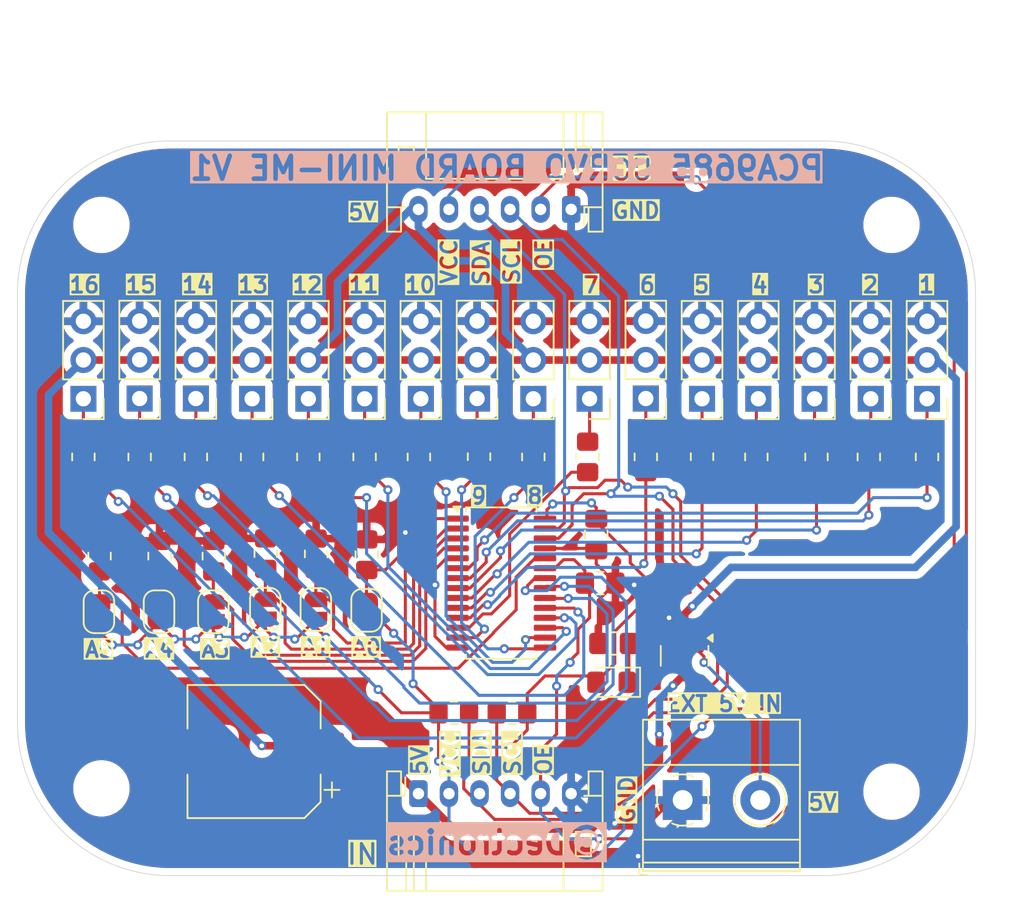
<source format=kicad_pcb>
(kicad_pcb (version 20240108) (generator "pcbnew") (generator_version "8.0")
  (layers (0 "F.Cu" signal) (31 "B.Cu" signal) (34 "B.Paste" user) (35 "F.Paste" user) (36 "B.SilkS" user "B.Silkscreen") (37 "F.SilkS" user "F.Silkscreen") (38 "B.Mask" user) (39 "F.Mask" user) (44 "Edge.Cuts" user))
  (net 0 "")
  (net 1 "VCC")
  (net 2 "GND")
  (net 3 "+5V")
  (net 4 "Net-(D1-K)")
  (net 5 "Net-(J1-Pin_2)")
  (net 6 "SDA")
  (net 7 "OE")
  (net 8 "SCL")
  (net 9 "A0")
  (net 10 "A1")
  (net 11 "A2")
  (net 12 "A3")
  (net 13 "A4")
  (net 14 "A5")
  (net 15 "Net-(M1-PWM)")
  (net 16 "Net-(M2-PWM)")
  (net 17 "Net-(M3-PWM)")
  (net 18 "Net-(M4-PWM)")
  (net 19 "Net-(M5-PWM)")
  (net 20 "Net-(M6-PWM)")
  (net 21 "Net-(M7-PWM)")
  (net 22 "Net-(M8-PWM)")
  (net 23 "Net-(M9-PWM)")
  (net 24 "Net-(M10-PWM)")
  (net 25 "Net-(M11-PWM)")
  (net 26 "Net-(M12-PWM)")
  (net 27 "Net-(M13-PWM)")
  (net 28 "Net-(M14-PWM)")
  (net 29 "Net-(M15-PWM)")
  (net 30 "Net-(M16-PWM)")
  (net 31 "PWM1")
  (net 32 "PWM2")
  (net 33 "PWM3")
  (net 34 "PWM4")
  (net 35 "PWM5")
  (net 36 "PWM6")
  (net 37 "PWM7")
  (net 38 "PWM8")
  (net 39 "PWM9")
  (net 40 "PWM10")
  (net 41 "PWM11")
  (net 42 "PWM12")
  (net 43 "PWM13")
  (net 44 "PWM14")
  (net 45 "PWM15")
  (net 46 "PWM16")
  (footprint "Capacitor_SMD:CP_Elec_8x10.5" (layer "F.Cu") (at 149.733 150.749 180)
    (property "Reference" "C2" (hide yes))
    (property "Value" "1000uF")
  )
  (footprint "Resistor_SMD:R_0805_2012Metric_Pad1.20x1.40mm_HandSolder" (layer "F.Cu") (at 153.289 131.445 -90)
    (property "Reference" "R22" (hide yes))
    (property "Value" "220Ω")
  )
  (footprint "Resistor_SMD:R_0805_2012Metric_Pad1.20x1.40mm_HandSolder" (layer "F.Cu") (at 149.606 131.445 -90)
    (property "Reference" "R23" (hide yes))
    (property "Value" "220Ω")
  )
  (footprint "Jumper:SolderJumper-2_P1.3mm_Open_RoundedPad1.0x1.5mm" (layer "F.Cu") (at 157.099 141.493 90)
    (property "Reference" "JP1" (hide yes))
    (property "Value" "SolderJumper_2_Open")
  )
  (footprint "Resistor_SMD:R_0805_2012Metric_Pad1.20x1.40mm_HandSolder" (layer "F.Cu") (at 193.802 131.445 -90)
    (property "Reference" "R11" (hide yes))
    (property "Value" "220Ω")
  )
  (footprint "Resistor_SMD:R_0805_2012Metric_Pad1.20x1.40mm_HandSolder" (layer "F.Cu") (at 175.387 131.445 -90)
    (property "Reference" "R16" (hide yes))
    (property "Value" "220Ω")
  )
  (footprint "Connector_PinHeader_2.54mm:PinHeader_1x03_P2.54mm_Vertical" (layer "F.Cu") (at 153.289 127.635 180)
    (property "Reference" "M12" (hide yes))
    (property "Value" "Motor_Servo")
  )
  (footprint "Jumper:SolderJumper-2_P1.3mm_Open_RoundedPad1.0x1.5mm" (layer "F.Cu") (at 150.471 141.424 90)
    (property "Reference" "JP3" (hide yes))
    (property "Value" "SolderJumper_2_Open")
  )
  (footprint "Resistor_SMD:R_0805_2012Metric_Pad1.20x1.40mm_HandSolder" (layer "F.Cu") (at 168.021 131.445 -90)
    (property "Reference" "R18" (hide yes))
    (property "Value" "220Ω")
  )
  (footprint "LED_SMD:LED_0805_2012Metric_Pad1.15x1.40mm_HandSolder" (layer "F.Cu") (at 173.151 146.207 180)
    (property "Reference" "D1" (hide yes))
    (property "Value" "LED")
  )
  (footprint "Resistor_SMD:R_0805_2012Metric_Pad1.20x1.40mm_HandSolder" (layer "F.Cu") (at 160.528 131.445 -90)
    (property "Reference" "R20" (hide yes))
    (property "Value" "220Ω")
  )
  (footprint "Resistor_SMD:R_0805_2012Metric_Pad1.20x1.40mm_HandSolder" (layer "F.Cu") (at 156.972 131.445 -90)
    (property "Reference" "R21" (hide yes))
    (property "Value" "220Ω")
  )
  (footprint "Resistor_SMD:R_0805_2012Metric_Pad1.20x1.40mm_HandSolder" (layer "F.Cu") (at 164.465 131.429 -90)
    (property "Reference" "R19" (hide yes))
    (property "Value" "220Ω")
  )
  (footprint "Resistor_SMD:R_0805_2012Metric_Pad1.20x1.40mm_HandSolder" (layer "F.Cu") (at 138.557 131.445 -90)
    (property "Reference" "R26" (hide yes))
    (property "Value" "220Ω")
  )
  (footprint "Connector_PinHeader_2.54mm:PinHeader_1x03_P2.54mm_Vertical" (layer "F.Cu") (at 182.753 127.635 180)
    (property "Reference" "M4" (hide yes))
    (property "Value" "Motor_Servo")
  )
  (footprint "Jumper:SolderJumper-2_P1.3mm_Open_RoundedPad1.0x1.5mm" (layer "F.Cu") (at 153.779 141.44 90)
    (property "Reference" "JP2" (hide yes))
    (property "Value" "SolderJumper_2_Open")
  )
  (footprint "Connector_PinHeader_2.54mm:PinHeader_1x03_P2.54mm_Vertical" (layer "F.Cu") (at 168.021 127.635 180)
    (property "Reference" "M8" (hide yes))
    (property "Value" "Motor_Servo")
  )
  (footprint "Resistor_SMD:R_0805_2012Metric_Pad1.20x1.40mm_HandSolder" (layer "F.Cu") (at 150.495 137.779 -90)
    (property "Reference" "R5" (hide yes))
    (property "Value" "10kΩ")
  )
  (footprint "Resistor_SMD:R_0805_2012Metric_Pad1.20x1.40mm_HandSolder" (layer "F.Cu") (at 179.07 131.429 -90)
    (property "Reference" "R15" (hide yes))
    (property "Value" "220Ω")
  )
  (footprint "Package_SO:TSSOP-28_4.4x9.7mm_P0.65mm" (layer "F.Cu") (at 165.9205 139.711)
    (property "Reference" "U1" (hide yes))
    (property "Value" "PCA9685PW")
  )
  (footprint "Jumper:SolderJumper-2_P1.3mm_Open_RoundedPad1.0x1.5mm" (layer "F.Cu") (at 139.573 141.59 90)
    (property "Reference" "JP6" (hide yes))
    (property "Value" "SolderJumper_2_Open")
  )
  (footprint "Connector_PinHeader_2.54mm:PinHeader_1x03_P2.54mm_Vertical" (layer "F.Cu") (at 164.338 127.62 180)
    (property "Reference" "M9" (hide yes))
    (property "Value" "Motor_Servo")
  )
  (footprint "Connector_PinHeader_2.54mm:PinHeader_1x03_P2.54mm_Vertical" (layer "F.Cu") (at 190.119 127.635 180)
    (property "Reference" "M2" (hide yes))
    (property "Value" "Motor_Servo")
  )
  (footprint "Package_TO_SOT_SMD:SOT-23" (layer "F.Cu") (at 177.927 144.4775 -90)
    (property "Reference" "Q2" (hide yes))
    (property "Value" "PMOS")
  )
  (footprint "MountingHole:MountingHole_3.2mm_M3" (layer "F.Cu") (at 139.739 153.162)
    (property "Reference" "H4" (hide yes))
    (property "Value" "MountingHole")
  )
  (footprint "Resistor_SMD:R_0805_2012Metric_Pad1.20x1.40mm_HandSolder" (layer "F.Cu") (at 143.546 137.945 -90)
    (property "Reference" "R3" (hide yes))
    (property "Value" "10kΩ")
  )
  (footprint "Resistor_SMD:R_0805_2012Metric_Pad1.20x1.40mm_HandSolder" (layer "F.Cu") (at 145.923 131.445 -90)
    (property "Reference" "R24" (hide yes))
    (property "Value" "220Ω")
  )
  (footprint "Connector_PinHeader_2.54mm:PinHeader_1x03_P2.54mm_Vertical" (layer "F.Cu") (at 171.704 127.635 180)
    (property "Reference" "M7" (hide yes))
    (property "Value" "Motor_Servo")
  )
  (footprint "Resistor_SMD:R_0805_2012Metric_Pad1.20x1.40mm_HandSolder" (layer "F.Cu") (at 171.577 131.445 -90)
    (property "Reference" "R17" (hide yes))
    (property "Value" "220Ω")
  )
  (footprint "Connector_JST:JST_PH_S6B-PH-K_1x06_P2.00mm_Horizontal" (layer "F.Cu") (at 160.497 153.506)
    (property "Reference" "J2" (hide yes))
    (property "Value" "Conn_01x06_Pin")
  )
  (footprint "Resistor_SMD:R_0805_2012Metric_Pad1.20x1.40mm_HandSolder" (layer "F.Cu") (at 142.24 131.445 -90)
    (property "Reference" "R25" (hide yes))
    (property "Value" "220Ω")
  )
  (footprint "Connector_PinHeader_2.54mm:PinHeader_1x03_P2.54mm_Vertical" (layer "F.Cu") (at 142.24 127.62 180)
    (property "Reference" "M15" (hide yes))
    (property "Value" "Motor_Servo")
  )
  (footprint "Connector_PinHeader_2.54mm:PinHeader_1x03_P2.54mm_Vertical" (layer "F.Cu") (at 186.436 127.635 180)
    (property "Reference" "M3" (hide yes))
    (property "Value" "Motor_Servo")
  )
  (footprint "Resistor_SMD:R_0805_2012Metric_Pad1.20x1.40mm_HandSolder" (layer "F.Cu") (at 189.992 131.445 -90)
    (property "Reference" "R12" (hide yes))
    (property "Value" "220Ω")
  )
  (footprint "Resistor_SMD:R_0805_2012Metric_Pad1.20x1.40mm_HandSolder" (layer "F.Cu") (at 182.626 131.445 -90)
    (property "Reference" "R14" (hide yes))
    (property "Value" "220Ω")
  )
  (footprint "Resistor_SMD:R_0805_2012Metric_Pad1.20x1.40mm_HandSolder" (layer "F.Cu") (at 157.111 137.848 -90)
    (property "Reference" "R7" (hide yes))
    (property "Value" "10kΩ")
  )
  (footprint "Resistor_SMD:R_0805_2012Metric_Pad1.20x1.40mm_HandSolder" (layer "F.Cu") (at 147.096 137.945 -90)
    (property "Reference" "R4" (hide yes))
    (property "Value" "10kΩ")
  )
  (footprint "Connector_PinHeader_2.54mm:PinHeader_1x03_P2.54mm_Vertical" (layer "F.Cu") (at 149.606 127.635 180)
    (property "Reference" "M13" (hide yes))
    (property "Value" "Motor_Servo")
  )
  (footprint "Connector_PinHeader_2.54mm:PinHeader_1x03_P2.54mm_Vertical" (layer "F.Cu") (at 160.655 127.635 180)
    (property "Reference" "M10" (hide yes))
    (property "Value" "Motor_Servo")
  )
  (footprint "Connector_PinHeader_2.54mm:PinHeader_1x03_P2.54mm_Vertical" (layer "F.Cu") (at 138.557 127.635 180)
    (property "Reference" "M16" (hide yes))
    (property "Value" "Motor_Servo")
  )
  (footprint "Connector_PinHeader_2.54mm:PinHeader_1x03_P2.54mm_Vertical" (layer "F.Cu") (at 156.972 127.635 180)
    (property "Reference" "M11" (hide yes))
    (property "Value" "Motor_Servo")
  )
  (footprint "Resistor_SMD:R_0805_2012Metric_Pad1.20x1.40mm_HandSolder" (layer "F.Cu") (at 186.563 131.445 -90)
    (property "Reference" "R13" (hide yes))
    (property "Value" "220Ω")
  )
  (footprint "Connector_PinHeader_2.54mm:PinHeader_1x03_P2.54mm_Vertical" (layer "F.Cu") (at 145.923 127.62 180)
    (property "Reference" "M14" (hide yes))
    (property "Value" "Motor_Servo")
  )
  (footprint "Connector_JST:JST_PH_S6B-PH-K_1x06_P2.00mm_Horizontal" (layer "F.Cu") (at 170.497 115.226 180)
    (property "Reference" "J3" (hide yes))
    (property "Value" "Conn_01x06_Pin")
  )
  (footprint "Connector_PinHeader_2.54mm:PinHeader_1x03_P2.54mm_Vertical" (layer "F.Cu") (at 193.802 127.635 180)
    (property "Reference" "M1" (hide yes))
    (property "Value" "Motor_Servo")
  )
  (footprint "Resistor_SMD:R_0805_2012Metric_Pad1.20x1.40mm_HandSolder" (layer "F.Cu") (at 172.3975 139.711)
    (property "Reference" "R1" (hide yes))
    (property "Value" "10kΩ")
  )
  (footprint "Resistor_SMD:R_0805_2012Metric_Pad1.20x1.40mm_HandSolder" (layer "F.Cu") (at 166.624 148.209 180)
    (property "Reference" "R9" (hide yes))
    (property "Value" "10kΩ")
  )
  (footprint "Jumper:SolderJumper-2_P1.3mm_Open_RoundedPad1.0x1.5mm" (layer "F.Cu") (at 143.51 141.59 90)
    (property "Reference" "JP5" (hide yes))
    (property "Value" "SolderJumper_2_Open")
  )
  (footprint "Resistor_SMD:R_0805_2012Metric_Pad1.20x1.40mm_HandSolder" (layer "F.Cu") (at 139.615 137.945 -90)
    (property "Reference" "R2" (hide yes))
    (property "Value" "10kΩ")
  )
  (footprint "Resistor_SMD:R_0805_2012Metric_Pad1.20x1.40mm_HandSolder" (layer "F.Cu") (at 162.814 148.209)
    (property "Reference" "R8" (hide yes))
    (property "Value" "10kΩ")
  )
  (footprint "Jumper:SolderJumper-2_P1.3mm_Open_RoundedPad1.0x1.5mm" (layer "F.Cu") (at 147.066 141.59 90)
    (property "Reference" "JP4" (hide yes))
    (property "Value" "SolderJumper_2_Open")
  )
  (footprint "MountingHole:MountingHole_3.2mm_M3" (layer "F.Cu") (at 139.739 116.244)
    (property "Reference" "H2" (hide yes))
    (property "Value" "MountingHole")
  )
  (footprint "TerminalBlock_Phoenix:TerminalBlock_Phoenix_MKDS-1,5-2-5.08_1x02_P5.08mm_Horizontal" (layer "F.Cu") (at 177.8 153.924)
    (property "Reference" "J1" (hide yes))
    (property "Value" "Screw_Terminal_01x02")
  )
  (footprint "Connector_PinHeader_2.54mm:PinHeader_1x03_P2.54mm_Vertical" (layer "F.Cu") (at 175.387 127.62 180)
    (property "Reference" "M6" (hide yes))
    (property "Value" "Motor_Servo")
  )
  (footprint "Resistor_SMD:R_0805_2012Metric_Pad1.20x1.40mm_HandSolder" (layer "F.Cu") (at 153.797 137.795 -90)
    (property "Reference" "R6" (hide yes))
    (property "Value" "10kΩ")
  )
  (footprint "MountingHole:MountingHole_3.2mm_M3" (layer "F.Cu") (at 191.477 153.377)
    (property "Reference" "H3" (hide yes))
    (property "Value" "MountingHole")
  )
  (footprint "MountingHole:MountingHole_3.2mm_M3" (layer "F.Cu") (at 191.477 116.244)
    (property "Reference" "H1" (hide yes))
    (property "Value" "MountingHole")
  )
  (footprint "Capacitor_SMD:C_0805_2012Metric_Pad1.18x1.45mm_HandSolder" (layer "F.Cu") (at 172.1435 136.536 -90)
    (property "Reference" "C1" (hide yes))
    (property "Value" "10uF")
  )
  (footprint "Connector_PinHeader_2.54mm:PinHeader_1x03_P2.54mm_Vertical" (layer "F.Cu") (at 179.07 127.635 180)
    (property "Reference" "M5" (hide yes))
    (property "Value" "Motor_Servo")
  )
  (footprint "Resistor_SMD:R_0805_2012Metric_Pad1.20x1.40mm_HandSolder" (layer "F.Cu") (at 173.278 143.667)
    (property "Reference" "R10" (hide yes))
    (property "Value" "470Ω")
  )
  (gr_line (start 186.977 158.877) (end 144.239 158.877) (stroke (width 0.05)) (layer "Edge.Cuts"))
  (gr_line (start 134.239 148.877) (end 134.239 120.744) (stroke (width 0.05)) (layer "Edge.Cuts"))
  (gr_arc (start 196.977 148.877) (mid 194.048068 155.948068) (end 186.977 158.877) (stroke (width 0.05)) (layer "Edge.Cuts"))
  (gr_line (start 144.239 110.744) (end 186.977 110.744) (stroke (width 0.05)) (layer "Edge.Cuts"))
  (gr_arc (start 134.239 120.744) (mid 137.167932 113.672932) (end 144.239 110.744) (stroke (width 0.05)) (layer "Edge.Cuts"))
  (gr_arc (start 186.977 110.744) (mid 194.048068 113.672932) (end 196.977 120.744) (stroke (width 0.05)) (layer "Edge.Cuts"))
  (gr_line (start 196.977 120.744) (end 196.977 148.877) (stroke (width 0.05)) (layer "Edge.Cuts"))
  (gr_arc (start 144.239 158.877) (mid 137.167932 155.948068) (end 134.239 148.877) (stroke (width 0.05)) (layer "Edge.Cuts"))
  (gr_text "PCA9685 SERVO BOARD MINI-ME V1" (at 187.198 113.411 0) (layer "B.SilkS" knockout) (effects (font (size 1.5 1.5) (thickness 0.3) (bold yes)) (justify left bottom mirror)))
  (gr_text "©Dectronics" (at 173 157.6 0) (layer "B.SilkS" knockout) (effects (font (size 1.5 1.5) (thickness 0.3) (bold yes)) (justify left bottom mirror)))
  (gr_text "SCL\n" (at 167.2 120.2 90) (layer "F.SilkS" knockout) (effects (font (size 1 1) (thickness 0.2) (bold yes)) (justify left bottom)))
  (gr_text "A1" (at 152.781 144.526 0) (layer "F.SilkS" knockout) (effects (font (size 1 1) (thickness 0.2) (bold yes)) (justify left bottom)))
  (gr_text "EXT 5V IN" (at 176.657 148.209 0) (layer "F.SilkS" knockout) (effects (font (size 1 1) (thickness 0.2) (bold yes)) (justify left bottom)))
  (gr_text "13" (at 148.59 120.777 0) (layer "F.SilkS" knockout) (effects (font (size 1 1) (thickness 0.2) (bold yes)) (justify left bottom)))
  (gr_text "A4" (at 142.494 144.653 0) (layer "F.SilkS" knockout) (effects (font (size 1 1) (thickness 0.2) (bold yes)) (justify left bottom)))
  (gr_text "GND" (at 174.752 155.575 90) (layer "F.SilkS" knockout) (effects (font (size 1 1) (thickness 0.2) (bold yes)) (justify left bottom)))
  (gr_text "5" (at 178.435 120.777 0) (layer "F.SilkS" knockout) (effects (font (size 1 1) (thickness 0.2) (bold yes)) (justify left bottom)))
  (gr_text "SCL" (at 167.259 152.4 90) (layer "F.SilkS" knockout) (effects (font (size 1 1) (thickness 0.2) (bold yes)) (justify left bottom)))
  (gr_text "12" (at 152.146 120.777 0) (layer "F.SilkS" knockout) (effects (font (size 1 1) (thickness 0.2) (bold yes)) (justify left bottom)))
  (gr_text "VCC" (at 163.1 120.2 90) (layer "F.SilkS" knockout) (effects (font (size 1 1) (thickness 0.2) (bold yes)) (justify left bottom)))
  (gr_text "4" (at 182.245 120.777 0) (layer "F.SilkS" knockout) (effects (font (size 1 1) (thickness 0.2) (bold yes)) (justify left bottom)))
  (gr_text "5V" (at 161.163 152.4 90) (layer "F.SilkS" knockout) (effects (font (size 1 1) (thickness 0.2) (bold yes)) (justify left bottom)))
  (gr_text "9" (at 163.83 134.62 0) (layer "F.SilkS" knockout) (effects (font (size 1 1) (thickness 0.2) (bold yes)) (justify left bottom)))
  (gr_text "VCC" (at 163.195 152.4 90) (layer "F.SilkS" knockout) (effects (font (size 1 1) (thickness 0.2) (bold yes)) (justify left bottom)))
  (gr_text "A3" (at 146.177 144.653 0) (layer "F.SilkS" knockout) (effects (font (size 1 1) (thickness 0.2) (bold yes)) (justify left bottom)))
  (gr_text "10" (at 159.512 120.777 0) (layer "F.SilkS" knockout) (effects (font (size 1 1) (thickness 0.2) (bold yes)) (justify left bottom)))
  (gr_text "A0" (at 156.083 144.526 0) (layer "F.SilkS" knockout) (effects (font (size 1 1) (thickness 0.2) (bold yes)) (justify left bottom)))
  (gr_text "7" (at 171.196 120.777 0) (layer "F.SilkS" knockout) (effects (font (size 1 1) (thickness 0.2) (bold yes)) (justify left bottom)))
  (gr_text "5V" (at 155.8 116 0) (layer "F.SilkS" knockout) (effects (font (size 1 1) (thickness 0.2) (bold yes)) (justify left bottom)))
  (gr_text "11" (at 155.829 120.777 0) (layer "F.SilkS" knockout) (effects (font (size 1 1) (thickness 0.2) (bold yes)) (justify left bottom)))
  (gr_text "5V" (at 185.928 154.686 0) (layer "F.SilkS" knockout) (effects (font (size 1 1) (thickness 0.2) (bold yes)) (justify left bottom)))
  (gr_text "OUT" (at 172.974 113.411 0) (layer "F.SilkS" knockout) (effects (font (size 1.3 1.3) (thickness 0.2) (bold yes)) (justify left bottom)))
  (gr_text "OE" (at 169.291 152.4 90) (layer "F.SilkS" knockout) (effects (font (size 1 1) (thickness 0.2) (bold yes)) (justify left bottom)))
  (gr_text "2" (at 189.484 120.777 0) (layer "F.SilkS" knockout) (effects (font (size 1 1) (thickness 0.2) (bold yes)) (justify left bottom)))
  (gr_text "3" (at 185.928 120.777 0) (layer "F.SilkS" knockout) (effects (font (size 1 1) (thickness 0.2) (bold yes)) (justify left bottom)))
  (gr_text "6" (at 174.879 120.777 0) (layer "F.SilkS" knockout) (effects (font (size 1 1) (thickness 0.2) (bold yes)) (justify left bottom)))
  (gr_text "8" (at 167.513 134.62 0) (layer "F.SilkS" knockout) (effects (font (size 1 1) (thickness 0.2) (bold yes)) (justify left bottom)))
  (gr_text "A5" (at 138.557 144.653 0) (layer "F.SilkS" knockout) (effects (font (size 1 1) (thickness 0.2) (bold yes)) (justify left bottom)))
  (gr_text "OE" (at 169.3 119.3 90) (layer "F.SilkS" knockout) (effects (font (size 1 1) (thickness 0.2) (bold yes)) (justify left bottom)))
  (gr_text "SDA" (at 165.2 120.3 90) (layer "F.SilkS" knockout) (effects (font (size 1 1) (thickness 0.2) (bold yes)) (justify left bottom)))
  (gr_text "GND" (at 173.1 115.9 0) (layer "F.SilkS" knockout) (effects (font (size 1 1) (thickness 0.2) (bold yes)) (justify left bottom)))
  (gr_text "15" (at 141.224 120.777 0) (layer "F.SilkS" knockout) (effects (font (size 1 1) (thickness 0.2) (bold yes)) (justify left bottom)))
  (gr_text "14" (at 144.907 120.777 0) (layer "F.SilkS" knockout) (effects (font (size 1 1) (thickness 0.2) (bold yes)) (justify left bottom)))
  (gr_text "16" (at 137.541 120.777 0) (layer "F.SilkS" knockout) (effects (font (size 1 1) (thickness 0.2) (bold yes)) (justify left bottom)))
  (gr_text "1" (at 193.167 120.777 0) (layer "F.SilkS" knockout) (effects (font (size 1 1) (thickness 0.2) (bold yes)) (justify left bottom)))
  (gr_text "SDA" (at 165.227 152.4 90) (layer "F.SilkS" knockout) (effects (font (size 1 1) (thickness 0.2) (bold yes)) (justify left bottom)))
  (gr_text "IN" (at 155.702 158.242 0) (layer "F.SilkS" knockout) (effects (font (size 1.3 1.3) (thickness 0.2) (bold yes)) (justify left bottom)))
  (gr_text "A2" (at 149.479 144.526 0) (layer "F.SilkS" knockout) (effects (font (size 1 1) (thickness 0.2) (bold yes)) (justify left bottom)))
  (segment (start 171.715 145.796) (end 168.783 145.796) (width 0.2) (layer "F.Cu") (net 1))
  (segment (start 153.779 142.603) (end 153.779 142.09) (width 0.2) (layer "F.Cu") (net 1))
  (segment (start 149.289 143.256) (end 150.471 142.074) (width 0.2) (layer "F.Cu") (net 1))
  (segment (start 142.113 143.764) (end 142.113 143.637) (width 0.2) (layer "F.Cu") (net 1))
  (segment (start 142.113 143.637) (end 143.51 142.24) (width 0.2) (layer "F.Cu") (net 1))
  (segment (start 171.831 134.458) (end 172.1435 134.7705) (width 0.2) (layer "F.Cu") (net 1))
  (segment (start 174.371 137.922) (end 174.371 138.389529) (width 0.2) (layer "F.Cu") (net 1))
  (segment (start 168.7955 135.4985) (end 168.783 135.486) (width 0.2) (layer "F.Cu") (net 1))
  (segment (start 175.387 140.843) (end 173.355 142.875) (width 0.2) (layer "F.Cu") (net 1))
  (segment (start 168.783 145.796) (end 167.624 146.955) (width 0.2) (layer "F.Cu") (net 1))
  (segment (start 158.018 142.143) (end 157.099 142.143) (width 0.2) (layer "F.Cu") (net 1))
  (segment (start 150.471 142.724) (end 150.471 142.074) (width 0.2) (layer "F.Cu") (net 1))
  (segment (start 147.447 143.256) (end 147.066 142.875) (width 0.2) (layer "F.Cu") (net 1))
  (segment (start 195.58 138.811) (end 195.58 121.92) (width 0.2) (layer "F.Cu") (net 1))
  (segment (start 145.923 143.383) (end 147.066 142.24) (width 0.2) (layer "F.Cu") (net 1))
  (segment (start 161.814 148.209) (end 161.814 147.971) (width 0.2) (layer "F.Cu") (net 1))
  (segment (start 185.928 120.523) (end 178.689 113.284) (width 0.2) (layer "F.Cu") (net 1))
  (segment (start 149.098 143.256) (end 149.289 143.256) (width 0.2) (layer "F.Cu") (net 1))
  (segment (start 172.1435 134.7705) (end 172.1435 135.4985) (width 0.2) (layer "F.Cu") (net 1))
  (segment (start 195.58 121.92) (end 194.183 120.523) (width 0.2) (layer "F.Cu") (net 1))
  (segment (start 152.4 143.383) (end 152.486 143.383) (width 0.2) (layer "F.Cu") (net 1))
  (segment (start 194.183 120.523) (end 185.928 120.523) (width 0.2) (layer "F.Cu") (net 1))
  (segment (start 147.066 142.875) (end 147.066 142.24) (width 0.2) (layer "F.Cu") (net 1))
  (segment (start 154.432 143.256) (end 153.779 142.603) (width 0.2) (layer "F.Cu") (net 1))
  (segment (start 161.814 151.384) (end 161.814 148.209) (width 0.2) (layer "F.Cu") (net 1))
  (segment (start 173.355 142.875) (end 173.355 144.978) (width 0.2) (layer "F.Cu") (net 1))
  (segment (start 172.1435 135.4985) (end 172.1435 135.6945) (width 0.2) (layer "F.Cu") (net 1))
  (segment (start 169.291 134.528) (end 168.91 134.909) (width 0.2) (layer "F.Cu") (net 1))
  (segment (start 139.573 142.875) (end 140.462 143.764) (width 0.2) (layer "F.Cu") (net 1))
  (segment (start 152.486 143.383) (end 153.779 142.09) (width 0.2) (layer "F.Cu") (net 1))
  (segment (start 159.385 148.209) (end 161.814 148.209) (width 0.2) (layer "F.Cu") (net 1))
  (segment (start 167.624 149.333) (end 167.624 148.209) (width 0.2) (layer "F.Cu") (net 1))
  (segment (start 179.07 149.098) (end 180.213 147.955) (width 0.2) (layer "F.Cu") (net 1))
  (segment (start 143.51 142.24) (end 143.51 142.367) (width 0.2) (layer "F.Cu") (net 1))
  (segment (start 173.355 144.978) (end 172.126 146.207) (width 0.2) (layer "F.Cu") (net 1))
  (segment (start 186.436 147.955) (end 195.58 138.811) (width 0.2) (layer "F.Cu") (net 1))
  (segment (start 161.814 147.971) (end 160.147 146.304) (width 0.2) (layer "F.Cu") (net 1))
  (segment (start 180.213 147.955) (end 186.436 147.955) (width 0.2) (layer "F.Cu") (net 1))
  (segment (start 143.51 142.367) (end 144.526 143.383) (width 0.2) (layer "F.Cu") (net 1))
  (segment (start 174.371 138.389529) (end 175.387 139.405529) (width 0.2) (layer "F.Cu") (net 1))
  (segment (start 168.91 135.359) (end 168.783 135.486) (width 0.2) (layer "F.Cu") (net 1))
  (segment (start 172.126 146.207) (end 171.715 145.796) (width 0.2) (layer "F.Cu") (net 1))
  (segment (start 139.573 142.24) (end 139.573 142.875) (width 0.2) (layer "F.Cu") (net 1))
  (segment (start 172.1435 135.6945) (end 174.371 137.922) (width 0.2) (layer "F.Cu") (net 1))
  (segment (start 166.497 150.46) (end 167.624 149.333) (width 0.2) (layer "F.Cu") (net 1))
  (segment (start 151.003 143.256) (end 150.471 142.724) (width 0.2) (layer "F.Cu") (net 1))
  (segment (start 167.624 146.955) (end 167.624 148.209) (width 0.2) (layer "F.Cu") (net 1))
  (segment (start 175.387 139.405529) (end 175.387 140.843) (width 0.2) (layer "F.Cu") (net 1))
  (segment (start 157.861 146.685) (end 159.385 148.209) (width 0.2) (layer "F.Cu") (net 1))
  (segment (start 168.91 134.909) (end 168.91 135.359) (width 0.2) (layer "F.Cu") (net 1))
  (segment (start 158.877 143.002) (end 158.018 142.143) (width 0.2) (layer "F.Cu") (net 1))
  (via (at 140.462 143.764) (size 0.6) (drill 0.3) (layers "F.Cu" "B.Cu") (net 1))
  (via (at 152.4 143.383) (size 0.6) (drill 0.3) (layers "F.Cu" "B.Cu") (net 1))
  (via (at 166.497 150.46) (size 0.6) (drill 0.3) (layers "F.Cu" "B.Cu") (net 1))
  (via (at 142.113 143.764) (size 0.6) (drill 0.3) (layers "F.Cu" "B.Cu") (net 1))
  (via (at 178.689 113.284) (size 0.6) (drill 0.3) (layers "F.Cu" "B.Cu") (net 1))
  (via (at 149.098 143.256) (size 0.6) (drill 0.3) (layers "F.Cu" "B.Cu") (net 1))
  (via (at 160.147 146.304) (size 0.6) (drill 0.3) (layers "F.Cu" "B.Cu") (net 1))
  (via (at 144.526 143.383) (size 0.6) (drill 0.3) (layers "F.Cu" "B.Cu") (net 1))
  (via (at 169.291 134.528) (size 0.6) (drill 0.3) (layers "F.Cu" "B.Cu") (net 1))
  (via (at 151.003 143.256) (size 0.6) (drill 0.3) (layers "F.Cu" "B.Cu") (net 1))
  (via (at 161.814 151.384) (size 0.6) (drill 0.3) (layers "F.Cu" "B.Cu") (net 1))
  (via (at 158.877 143.002) (size 0.6) (drill 0.3) (layers "F.Cu" "B.Cu") (net 1))
  (via (at 171.831 134.458) (size 0.6) (drill 0.3) (layers "F.Cu" "B.Cu") (net 1))
  (via (at 154.432 143.256) (size 0.6) (drill 0.3) (layers "F.Cu" "B.Cu") (net 1))
  (via (at 179.07 149.098) (size 0.6) (drill 0.3) (layers "F.Cu" "B.Cu") (net 1))
  (via (at 147.447 143.256) (size 0.6) (drill 0.3) (layers "F.Cu" "B.Cu") (net 1))
  (via (at 157.861 146.685) (size 0.6) (drill 0.3) (layers "F.Cu" "B.Cu") (net 1))
  (via (at 145.923 143.383) (size 0.6) (drill 0.3) (layers "F.Cu" "B.Cu") (net 1))
  (segment (start 162.497 114.303) (end 163.7 113.1) (width 0.2) (layer "B.Cu") (net 1))
  (segment (start 179.07 149.098) (end 173.949529 154.218471) (width 0.2) (layer "B.Cu") (net 1))
  (segment (start 147.447 143.256) (end 149.098 143.256) (width 0.2) (layer "B.Cu") (net 1))
  (segment (start 154.432 143.256) (end 157.861 146.685) (width 0.2) (layer "B.Cu") (net 1))
  (segment (start 178.505 113.1) (end 178.689 113.284) (width 0.2) (layer "B.Cu") (net 1))
  (segment (start 164.338 157.734) (end 162.497 155.893) (width 0.2) (layer "B.Cu") (net 1))
  (segment (start 172.085 157.734) (end 164.338 157.734) (width 0.2) (layer "B.Cu") (net 1))
  (segment (start 163.7 113.1) (end 178.505 113.1) (width 0.2) (layer "B.Cu") (net 1))
  (segment (start 161.814 151.384) (end 162.738 150.46) (width 0.2) (layer "B.Cu") (net 1))
  (segment (start 173.949529 154.218471) (end 173.949529 155.869471) (width 0.2) (layer "B.Cu") (net 1))
  (segment (start 173.949529 155.869471) (end 172.085 157.734) (width 0.2) (layer "B.Cu") (net 1))
  (segment (start 162.497 115.226) (end 162.497 114.303) (width 0.2) (layer "B.Cu") (net 1))
  (segment (start 160.147 146.304) (end 160.147 144.272) (width 0.2) (layer "B.Cu") (net 1))
  (segment (start 171.831 134.458) (end 169.361 134.458) (width 0.2) (layer "B.Cu") (net 1))
  (segment (start 162.497 155.893) (end 162.497 152.067) (width 0.2) (layer "B.Cu") (net 1))
  (segment (start 151.003 143.256) (end 152.273 143.256) (width 0.2) (layer "B.Cu") (net 1))
  (segment (start 162.738 150.46) (end 166.497 150.46) (width 0.2) (layer "B.Cu") (net 1))
  (segment (start 140.462 143.764) (end 142.113 143.764) (width 0.2) (layer "B.Cu") (net 1))
  (segment (start 162.497 152.067) (end 161.814 151.384) (width 0.2) (layer "B.Cu") (net 1))
  (segment (start 152.273 143.256) (end 152.4 143.383) (width 0.2) (layer "B.Cu") (net 1))
  (segment (start 169.361 134.458) (end 169.291 134.528) (width 0.2) (layer "B.Cu") (net 1))
  (segment (start 144.526 143.383) (end 145.923 143.383) (width 0.2) (layer "B.Cu") (net 1))
  (segment (start 160.147 144.272) (end 158.877 143.002) (width 0.2) (layer "B.Cu") (net 1))
  (segment (start 163.058 143.936) (end 162.320501 143.936) (width 0.2) (layer "F.Cu") (net 2))
  (segment (start 176.911 143.474) (end 176.977 143.54) (width 0.2) (layer "F.Cu") (net 2))
  (segment (start 174.509 139.711) (end 174.625 139.827) (width 0.2) (layer "F.Cu") (net 2))
  (segment (start 160.497 122.397) (end 160.655 122.555) (width 0.5) (layer "F.Cu") (net 2))
  (segment (start 176.911 141.986) (end 176.911 143.474) (width 0.2) (layer "F.Cu") (net 2))
  (segment (start 158.496 136.398) (end 158.046 136.848) (width 0.2) (layer "F.Cu") (net 2))
  (segment (start 172.278 140.8305) (end 173.3975 139.711) (width 0.2) (layer "F.Cu") (net 2))
  (segment (start 161.579093 143.194592) (end 161.579093 139.827) (width 0.2) (layer "F.Cu") (net 2))
  (segment (start 168.783 137.436) (end 172.006 137.436) (width 0.2) (layer "F.Cu") (net 2))
  (segment (start 173.3975 139.711) (end 174.509 139.711) (width 0.2) (layer "F.Cu") (net 2))
  (segment (start 172.1435 137.5735) (end 172.1435 138.457) (width 0.2) (layer "F.Cu") (net 2))
  (segment (start 175.387 155.448) (end 173.349529 155.448) (width 0.5) (layer "F.Cu") (net 2))
  (segment (start 158.496 136.398) (end 159.639 136.398) (width 0.2) (layer "F.Cu") (net 2))
  (segment (start 172.006 137.436) (end 172.1435 137.5735) (width 0.2) (layer "F.Cu") (net 2))
  (segment (start 172.1435 138.457) (end 173.3975 139.711) (width 0.2) (layer "F.Cu") (net 2))
  (segment (start 170.497 115.226) (end 172.826 115.226) (width 0.5) (layer "F.Cu") (net 2))
  (segment (start 177.8 153.924) (end 176.911 153.924) (width 0.5) (layer "F.Cu") (net 2))
  (segment (start 158.046 136.848) (end 157.111 136.848) (width 0.2) (layer "F.Cu") (net 2))
  (segment (start 175.387 117.787) (end 175.387 122.54) (width 0.5) (layer "F.Cu") (net 2))
  (segment (start 162.320501 143.936) (end 161.579093 143.194592) (width 0.2) (layer "F.Cu") (net 2))
  (segment (start 172.278 143.667) (end 172.278 140.8305) (width 0.2) (layer "F.Cu") (net 2))
  (segment (start 152.891 157.607) (end 174.879 157.607) (width 0.5) (layer "F.Cu") (net 2))
  (segment (start 176.911 153.924) (end 175.387 155.448) (width 0.5) (layer "F.Cu") (net 2))
  (segment (start 146.033 150.749) (end 152.891 157.607) (width 0.5) (layer "F.Cu") (net 2))
  (segment (start 172.826 115.226) (end 175.387 117.787) (width 0.5) (layer "F.Cu") (net 2))
  (segment (start 138.557 122.555) (end 193.802 122.555) (width 0.5) (layer "F.Cu") (net 2))
  (via (at 174.879 157.607) (size 0.6) (drill 0.3) (layers "F.Cu" "B.Cu") (net 2))
  (via (at 173.349529 155.448) (size 0.6) (drill 0.3) (layers "F.Cu" "B.Cu") (net 2))
  (via (at 174.625 139.827) (size 0.6) (drill 0.3) (layers "F.Cu" "B.Cu") (net 2))
  (via (at 159.639 136.398) (size 0.6) (drill 0.3) (layers "F.Cu" "B.Cu") (net 2))
  (via (at 161.579093 139.827) (size 0.6) (drill 0.3) (layers "F.Cu" "B.Cu") (net 2))
  (via (at 176.911 141.986) (size 0.6) (drill 0.3) (layers "F.Cu" "B.Cu") (net 2))
  (segment (start 176.784 141.986) (end 176.911 141.986) (width 0.2) (layer "B.Cu") (net 2))
  (segment (start 160.782 137.541) (end 159.639 136.398) (width 0.2) (layer "B.Cu") (net 2))
  (segment (start 177.8 154.94) (end 177.8 153.924) (width 0.5) (layer "B.Cu") (net 2))
  (segment (start 174.625 139.827) (end 176.784 141.986) (width 0.2) (layer "B.Cu") (net 2))
  (segment (start 175.006 143.891) (end 176.911 141.986) (width 0.5) (layer "B.Cu") (net 2))
  (segment (start 174.879 157.607) (end 175.133 157.607) (width 0.5) (layer "B.Cu") (net 2))
  (segment (start 160.782 139.029907) (end 160.782 137.541) (width 0.2) (layer "B.Cu") (net 2))
  (segment (start 175.006 148.997) (end 175.006 143.891) (width 0.5) (layer "B.Cu") (net 2))
  (segment (start 161.579093 139.827) (end 160.782 139.029907) (width 0.2) (layer "B.Cu") (net 2))
  (segment (start 173.349529 155.448) (end 172.439 155.448) (width 0.5) (layer "B.Cu") (net 2))
  (segment (start 172.439 155.448) (end 170.497 153.506) (width 0.5) (layer "B.Cu") (net 2))
  (segment (start 170.497 153.506) (end 175.006 148.997) (width 0.5) (layer "B.Cu") (net 2))
  (segment (start 175.133 157.607) (end 177.8 154.94) (width 0.5) (layer "B.Cu") (net 2))
  (segment (start 157.74 150.749) (end 153.433 150.749) (width 0.5) (layer "F.Cu") (net 3))
  (segment (start 162.82 155.829) (end 157.74 150.749) (width 0.5) (layer "F.Cu") (net 3))
  (segment (start 138.557 125.095) (end 193.802 125.095) (width 0.5) (layer "F.Cu") (net 3))
  (segment (start 177.927 145.669) (end 177.165 146.431) (width 0.5) (layer "F.Cu") (net 3))
  (segment (start 150.241 150.368) (end 153.052 150.368) (width 0.5) (layer "F.Cu") (net 3))
  (segment (start 153.052 150.368) (end 153.433 150.749) (width 0.5) (layer "F.Cu") (net 3))
  (segment (start 177.927 145.415) (end 177.927 145.669) (width 0.5) (layer "F.Cu") (net 3))
  (segment (start 171.831 155.829) (end 162.82 155.829) (width 0.5) (layer "F.Cu") (net 3))
  (segment (start 176.276 149.613771) (end 176.276 151.384) (width 0.5) (layer "F.Cu") (net 3))
  (segment (start 177.927 145.415) (end 177.927 141.732) (width 0.5) (layer "F.Cu") (net 3))
  (segment (start 176.276 151.384) (end 171.831 155.829) (width 0.5) (layer "F.Cu") (net 3))
  (segment (start 177.927 141.732) (end 178.435 141.224) (width 0.5) (layer "F.Cu") (net 3))
  (via (at 176.276 149.613771) (size 0.6) (drill 0.3) (layers "F.Cu" "B.Cu") (net 3))
  (via (at 177.165 146.431) (size 0.6) (drill 0.3) (layers "F.Cu" "B.Cu") (net 3))
  (via (at 178.435 141.224) (size 0.6) (drill 0.3) (layers "F.Cu" "B.Cu") (net 3))
  (via (at 150.241 150.368) (size 0.6) (drill 0.3) (layers "F.Cu" "B.Cu") (net 3))
  (segment (start 138.557 125.095) (end 136.271 127.381) (width 0.5) (layer "B.Cu") (net 3))
  (segment (start 178.689 125.095) (end 179.07 125.095) (width 0.5) (layer "B.Cu") (net 3))
  (segment (start 195.707 136.017) (end 195.707 126.365) (width 0.5) (layer "B.Cu") (net 3))
  (segment (start 153.289 125.095) (end 155.194 123.19) (width 0.5) (layer "B.Cu") (net 3))
  (segment (start 166.2 120) (end 166.2 123.274) (width 0.5) (layer "B.Cu") (net 3))
  (segment (start 160.497 115.226) (end 160.497 116.397) (width 0.5) (layer "B.Cu") (net 3))
  (segment (start 164.8 118.6) (end 166.2 120) (width 0.5) (layer "B.Cu") (net 3))
  (segment (start 136.271 129.921) (end 136.271 136.398) (width 0.5) (layer "B.Cu") (net 3))
  (segment (start 195.707 126.365) (end 194.437 125.095) (width 0.5) (layer "B.Cu") (net 3))
  (segment (start 194.437 125.095) (end 193.802 125.095) (width 0.5) (layer "B.Cu") (net 3))
  (segment (start 160.497 116.397) (end 162.7 118.6) (width 0.5) (layer "B.Cu") (net 3))
  (segment (start 166.2 123.274) (end 168.021 125.095) (width 0.5) (layer "B.Cu") (net 3))
  (segment (start 193.04 138.684) (end 195.707 136.017) (width 0.5) (layer "B.Cu") (net 3))
  (segment (start 136.271 127.381) (end 136.271 129.921) (width 0.5) (layer "B.Cu") (net 3))
  (segment (start 176.276 147.32) (end 177.165 146.431) (width 0.5) (layer "B.Cu") (net 3))
  (segment (start 155.194 123.19) (end 155.194 120.006) (width 0.5) (layer "B.Cu") (net 3))
  (segment (start 136.271 136.398) (end 150.241 150.368) (width 0.5) (layer "B.Cu") (net 3))
  (segment (start 180.975 138.684) (end 193.04 138.684) (width 0.5) (layer "B.Cu") (net 3))
  (segment (start 162.7 118.6) (end 164.8 118.6) (width 0.5) (layer "B.Cu") (net 3))
  (segment (start 176.276 149.613771) (end 176.276 147.32) (width 0.5) (layer "B.Cu") (net 3))
  (segment (start 159.974 115.226) (end 160.497 115.226) (width 0.5) (layer "B.Cu") (net 3))
  (segment (start 155.194 120.006) (end 159.974 115.226) (width 0.5) (layer "B.Cu") (net 3))
  (segment (start 178.435 141.224) (end 180.975 138.684) (width 0.5) (layer "B.Cu") (net 3))
  (segment (start 174.278 143.667) (end 174.278 146.105) (width 0.2) (layer "F.Cu") (net 4))
  (segment (start 174.278 146.105) (end 174.176 146.207) (width 0.2) (layer "F.Cu") (net 4))
  (segment (start 179.197 144.526) (end 178.877 144.206) (width 0.2) (layer "F.Cu") (net 5))
  (segment (start 179.197 144.907) (end 179.197 144.526) (width 0.2) (layer "F.Cu") (net 5))
  (segment (start 178.877 144.206) (end 178.877 143.54) (width 0.2) (layer "F.Cu") (net 5))
  (via (at 179.197 144.907) (size 0.6) (drill 0.3) (layers "F.Cu" "B.Cu") (net 5))
  (segment (start 179.197 144.907) (end 182.88 148.59) (width 0.2) (layer "B.Cu") (net 5))
  (segment (start 182.88 148.59) (end 182.88 153.924) (width 0.2) (layer "B.Cu") (net 5))
  (segment (start 180.721 140.97) (end 177.673 137.922) (width 0.2) (layer "F.Cu") (net 6))
  (segment (start 164.497 115.983) (end 164.497 115.226) (width 0.2) (layer "F.Cu") (net 6))
  (segment (start 169.68 136.136) (end 168.783 136.136) (width 0.2) (layer "F.Cu") (net 6))
  (segment (start 175.26 151.511) (end 175.26 148.844) (width 0.2) (layer "F.Cu") (net 6))
  (segment (start 175.895 148.209) (end 178.943 148.209) (width 0.2) (layer "F.Cu") (net 6))
  (segment (start 175.26 148.844) (end 175.895 148.209) (width 0.2) (layer "F.Cu") (net 6))
  (segment (start 171.577 155.194) (end 175.26 151.511) (width 0.2) (layer "F.Cu") (net 6))
  (segment (start 173.753903 132.969) (end 174.204903 133.42) (width 0.2) (layer "F.Cu") (net 6))
  (segment (start 170.053 133.758573) (end 170.053 135.763) (width 0.2) (layer "F.Cu") (net 6))
  (segment (start 170.13718 133.674393) (end 170.053 133.758573) (width 0.2) (layer "F.Cu") (net 6))
  (segment (start 163.814 148.209) (end 163.814 151.506) (width 0.2) (layer "F.Cu") (net 6))
  (segment (start 163.814 151.506) (end 163.465 151.855) (width 0.2) (layer "F.Cu") (net 6))
  (segment (start 177.673 137.922) (end 177.673 134.366) (width 0.2) (layer "F.Cu") (net 6))
  (segment (start 177.673 134.366) (end 177.165 133.858) (width 0.2) (layer "F.Cu") (net 6))
  (segment (start 180.721 146.431) (end 180.721 140.97) (width 0.2) (layer "F.Cu") (net 6))
  (segment (start 178.943 148.209) (end 180.721 146.431) (width 0.2) (layer "F.Cu") (net 6))
  (segment (start 172.231 133.458) (end 172.72 132.969) (width 0.2) (layer "F.Cu") (net 6))
  (segment (start 163.465 153.178) (end 165.481 155.194) (width 0.2) (layer "F.Cu") (net 6))
  (segment (start 172.72 132.969) (end 173.753903 132.969) (width 0.2) (layer "F.Cu") (net 6))
  (segment (start 165.481 155.194) (end 171.577 155.194) (width 0.2) (layer "F.Cu") (net 6))
  (segment (start 170.053 135.763) (end 169.68 136.136) (width 0.2) (layer "F.Cu") (net 6))
  (segment (start 163.465 151.855) (end 163.465 153.178) (width 0.2) (layer "F.Cu") (net 6))
  (segment (start 170.13718 133.674393) (end 170.353573 133.458) (width 0.2) (layer "F.Cu") (net 6))
  (segment (start 170.353573 133.458) (end 172.231 133.458) (width 0.2) (layer "F.Cu") (net 6))
  (via (at 177.165 133.858) (size 0.6) (drill 0.3) (layers "F.Cu" "B.Cu") (net 6))
  (via (at 174.204903 133.42) (size 0.6) (drill 0.3) (layers "F.Cu" "B.Cu") (net 6))
  (via (at 170.13718 133.674393) (size 0.6) (drill 0.3) (layers "F.Cu" "B.Cu") (net 6))
  (segment (start 176.727 133.42) (end 174.204903 133.42) (width 0.2) (layer "B.Cu") (net 6))
  (segment (start 170.066787 120.795787) (end 164.497 115.226) (width 0.2) (layer "B.Cu") (net 6))
  (segment (start 170.066787 133.604) (end 170.066787 120.795787) (width 0.2) (layer "B.Cu") (net 6))
  (segment (start 170.13718 133.674393) (end 170.066787 133.604) (width 0.2) (layer "B.Cu") (net 6))
  (segment (start 177.165 133.858) (end 176.727 133.42) (width 0.2) (layer "B.Cu") (net 6))
  (segment (start 186.563 119.761) (end 178.943 112.141) (width 0.2) (layer "F.Cu") (net 7))
  (segment (start 196.377 121.32) (end 194.818 119.761) (width 0.2) (layer "F.Cu") (net 7))
  (segment (start 169.545 149.606) (end 168.497 150.654) (width 0.2) (layer "F.Cu") (net 7))
  (segment (start 196.377 142.689742) (end 196.377 121.32) (width 0.2) (layer "F.Cu") (net 7))
  (segment (start 171.704 140.0175) (end 171.3975 139.711) (width 0.2) (layer "F.Cu") (net 7))
  (segment (start 169.545 146.466) (end 169.545 149.606) (width 0.2) (layer "F.Cu") (net 7))
  (segment (start 170.942 142.748) (end 171.704 141.986) (width 0.2) (layer "F.Cu") (net 7))
  (segment (start 194.818 119.761) (end 186.563 119.761) (width 0.2) (layer "F.Cu") (net 7))
  (segment (start 171.3975 138.8855) (end 170.688 138.176) (width 0.2) (layer "F.Cu") (net 7))
  (segment (start 182.602742 156.464) (end 196.377 142.689742) (width 0.2) (layer "F.Cu") (net 7))
  (segment (start 169.8 113.1) (end 170 113.1) (width 0.2) (layer "F.Cu") (net 7))
  (segment (start 169.438956 138.736) (end 168.783 138.736) (width 0.2) (layer "F.Cu") (net 7))
  (segment (start 170.688 138.176) (end 169.998956 138.176) (width 0.2) (layer "F.Cu") (net 7))
  (segment (start 168.497 150.654) (end 168.497 153.016) (width 0.2) (layer "F.Cu") (net 7))
  (segment (start 168.497 114.403) (end 169.8 113.1) (width 0.2) (layer "F.Cu") (net 7))
  (segment (start 172.339 156.464) (end 182.602742 156.464) (width 0.2) (layer "F.Cu") (net 7))
  (segment (start 170 113.1) (end 170.959 112.141) (width 0.2) (layer "F.Cu") (net 7))
  (segment (start 168.497 115.226) (end 168.497 114.403) (width 0.2) (layer "F.Cu") (net 7))
  (segment (start 169.998956 138.176) (end 169.438956 138.736) (width 0.2) (layer "F.Cu") (net 7))
  (segment (start 170.942 144.272) (end 170.942 142.748) (width 0.2) (layer "F.Cu") (net 7))
  (segment (start 171.3975 139.711) (end 171.3975 138.8855) (width 0.2) (layer "F.Cu") (net 7))
  (segment (start 170.959 112.141) (end 178.943 112.141) (width 0.2) (layer "F.Cu") (net 7))
  (segment (start 170.434 144.78) (end 170.942 144.272) (width 0.2) (layer "F.Cu") (net 7))
  (segment (start 171.704 141.986) (end 171.704 140.0175) (width 0.2) (layer "F.Cu") (net 7))
  (segment (start 170.434 144.907) (end 170.434 144.78) (width 0.2) (layer "F.Cu") (net 7))
  (via (at 170.434 144.907) (size 0.6) (drill 0.3) (layers "F.Cu" "B.Cu") (net 7))
  (via (at 172.339 156.464) (size 0.6) (drill 0.3) (layers "F.Cu" "B.Cu") (net 7))
  (via (at 169.545 146.466) (size 0.6) (drill 0.3) (layers "F.Cu" "B.Cu") (net 7))
  (segment (start 169.545 145.796) (end 170.434 144.907) (width 0.2) (layer "B.Cu") (net 7))
  (segment (start 172.339 156.464) (end 170.18 156.464) (width 0.2) (layer "B.Cu") (net 7))
  (segment (start 170.18 156.464) (end 168.497 154.781) (width 0.2) (layer "B.Cu") (net 7))
  (segment (start 169.545 146.466) (end 169.545 145.796) (width 0.2) (layer "B.Cu") (net 7))
  (segment (start 168.497 154.781) (end 168.497 153.506) (width 0.2) (layer "B.Cu") (net 7))
  (segment (start 177.165 134.8915) (end 177.165 138.176) (width 0.2) (layer "F.Cu") (net 8))
  (segment (start 165.624 148.209) (end 165.624 152.633) (width 0.2) (layer "F.Cu") (net 8))
  (segment (start 170.561 134.62) (end 170.561 135.89) (width 0.2) (layer "F.Cu") (net 8))
  (segment (start 173.101 150.241) (end 173.101 153.035) (width 0.2) (layer "F.Cu") (net 8))
  (segment (start 176.022 147.32) (end 173.101 150.241) (width 0.2) (layer "F.Cu") (net 8))
  (segment (start 177.165 138.176) (end 180.086 141.097) (width 0.2) (layer "F.Cu") (net 8))
  (segment (start 180.086 146.05) (end 178.816 147.32) (width 0.2) (layer "F.Cu") (net 8))
  (segment (start 178.816 147.32) (end 176.022 147.32) (width 0.2) (layer "F.Cu") (net 8))
  (segment (start 169.665 136.786) (end 168.783 136.786) (width 0.2) (layer "F.Cu") (net 8))
  (segment (start 167.785 154.794) (end 166.497 153.506) (width 0.2) (layer "F.Cu") (net 8))
  (segment (start 180.086 141.097) (end 180.086 146.05) (width 0.2) (layer "F.Cu") (net 8))
  (segment (start 176.276 134.02) (end 176.2935 134.02) (width 0.2) (layer "F.Cu") (net 8))
  (segment (start 166.497 115.951) (end 166.497 115.226) (width 0.2) (layer "F.Cu") (net 8))
  (segment (start 176.2935 134.02) (end 177.165 134.8915) (width 0.2) (layer "F.Cu") (net 8))
  (segment (start 173.101 133.858) (end 171.323 133.858) (width 0.2) (layer "F.Cu") (net 8))
  (segment (start 173.101 153.035) (end 171.342 154.794) (width 0.2) (layer "F.Cu") (net 8))
  (segment (start 171.342 154.794) (end 167.785 154.794) (width 0.2) (layer "F.Cu") (net 8))
  (segment (start 165.624 152.633) (end 166.497 153.506) (width 0.2) (layer "F.Cu") (net 8))
  (segment (start 171.323 133.858) (end 170.561 134.62) (width 0.2) (layer "F.Cu") (net 8))
  (segment (start 170.561 135.89) (end 169.665 136.786) (width 0.2) (layer "F.Cu") (net 8))
  (via (at 173.101 133.858) (size 0.6) (drill 0.3) (layers "F.Cu" "B.Cu") (net 8))
  (via (at 176.276 134.02) (size 0.6) (drill 0.3) (layers "F.Cu" "B.Cu") (net 8))
  (segment (start 173.609 120.904) (end 173.609 133.35) (width 0.2) (layer "B.Cu") (net 8))
  (segment (start 173.101 133.858) (end 173.263 134.02) (width 0.2) (layer "B.Cu") (net 8))
  (segment (start 173.263 134.02) (end 176.276 134.02) (width 0.2) (layer "B.Cu") (net 8))
  (segment (start 166.497 115.226) (end 168.471 117.2) (width 0.2) (layer "B.Cu") (net 8))
  (segment (start 168.471 117.2) (end 169.905 117.2) (width 0.2) (layer "B.Cu") (net 8))
  (segment (start 169.905 117.2) (end 173.609 120.904) (width 0.2) (layer "B.Cu") (net 8))
  (segment (start 173.609 133.35) (end 173.101 133.858) (width 0.2) (layer "B.Cu") (net 8))
  (segment (start 157.099 140.843) (end 157.099 138.86) (width 0.2) (layer "F.Cu") (net 9))
  (segment (start 157.099 138.86) (end 157.111 138.848) (width 0.2) (layer "F.Cu") (net 9))
  (segment (start 163.058 135.486) (end 161.694 135.486) (width 0.2) (layer "F.Cu") (net 9))
  (segment (start 161.694 135.486) (end 158.332 138.848) (width 0.2) (layer "F.Cu") (net 9))
  (segment (start 158.332 138.848) (end 157.111 138.848) (width 0.2) (layer "F.Cu") (net 9))
  (segment (start 159.639 143.637) (end 155.829 143.637) (width 0.2) (layer "F.Cu") (net 10))
  (segment (start 162.320501 136.136) (end 159.639 138.817501) (width 0.2) (layer "F.Cu") (net 10))
  (segment (start 163.058 136.136) (end 162.320501 136.136) (width 0.2) (layer "F.Cu") (net 10))
  (segment (start 154.94 142.748) (end 154.94 141.097) (width 0.2) (layer "F.Cu") (net 10))
  (segment (start 154.94 141.097) (end 154.633 140.79) (width 0.2) (layer "F.Cu") (net 10))
  (segment (start 154.633 140.79) (end 153.779 140.79) (width 0.2) (layer "F.Cu") (net 10))
  (segment (start 155.829 143.637) (end 154.94 142.748) (width 0.2) (layer "F.Cu") (net 10))
  (segment (start 153.779 138.813) (end 153.797 138.795) (width 0.2) (layer "F.Cu") (net 10))
  (segment (start 153.779 140.79) (end 153.779 138.813) (width 0.2) (layer "F.Cu") (net 10))
  (segment (start 159.639 138.817501) (end 159.639 143.637) (width 0.2) (layer "F.Cu") (net 10))
  (segment (start 151.765 141.313) (end 151.226 140.774) (width 0.2) (layer "F.Cu") (net 11))
  (segment (start 150.471 138.803) (end 150.495 138.779) (width 0.2) (layer "F.Cu") (net 11))
  (segment (start 159.804685 144.037) (end 152.165 144.037) (width 0.2) (layer "F.Cu") (net 11))
  (segment (start 150.471 140.774) (end 150.471 138.803) (width 0.2) (layer "F.Cu") (net 11))
  (segment (start 151.226 140.774) (end 150.471 140.774) (width 0.2) (layer "F.Cu") (net 11))
  (segment (start 160.179093 143.662592) (end 159.804685 144.037) (width 0.2) (layer "F.Cu") (net 11))
  (segment (start 160.179093 138.843094) (end 160.179093 143.662592) (width 0.2) (layer "F.Cu") (net 11))
  (segment (start 151.765 143.637) (end 151.765 141.313) (width 0.2) (layer "F.Cu") (net 11))
  (segment (start 162.236187 136.786) (end 160.179093 138.843094) (width 0.2) (layer "F.Cu") (net 11))
  (segment (start 163.058 136.786) (end 162.236187 136.786) (width 0.2) (layer "F.Cu") (net 11))
  (segment (start 152.165 144.037) (end 151.765 143.637) (width 0.2) (layer "F.Cu") (net 11))
  (segment (start 148.336 143.383) (end 148.336 141.455) (width 0.2) (layer "F.Cu") (net 12))
  (segment (start 162.157 137.436) (end 160.579093 139.013907) (width 0.2) (layer "F.Cu") (net 12))
  (segment (start 160.579093 139.013907) (end 160.579093 143.828278) (width 0.2) (layer "F.Cu") (net 12))
  (segment (start 160.579093 143.828278) (end 159.970371 144.437) (width 0.2) (layer "F.Cu") (net 12))
  (segment (start 147.066 138.975) (end 147.096 138.945) (width 0.2) (layer "F.Cu") (net 12))
  (segment (start 147.066 140.94) (end 147.066 138.975) (width 0.2) (layer "F.Cu") (net 12))
  (segment (start 163.058 137.436) (end 162.157 137.436) (width 0.2) (layer "F.Cu") (net 12))
  (segment (start 148.336 141.455) (end 147.821 140.94) (width 0.2) (layer "F.Cu") (net 12))
  (segment (start 159.970371 144.437) (end 149.39 144.437) (width 0.2) (layer "F.Cu") (net 12))
  (segment (start 147.821 140.94) (end 147.066 140.94) (width 0.2) (layer "F.Cu") (net 12))
  (segment (start 149.39 144.437) (end 148.336 143.383) (width 0.2) (layer "F.Cu") (net 12))
  (segment (start 145.161 141.836) (end 144.265 140.94) (width 0.2) (layer "F.Cu") (net 13))
  (segment (start 162.320501 138.086) (end 160.979093 139.427408) (width 0.2) (layer "F.Cu") (net 13))
  (segment (start 160.979093 143.993964) (end 160.136057 144.837) (width 0.2) (layer "F.Cu") (net 13))
  (segment (start 144.265 140.94) (end 143.51 140.94) (width 0.2) (layer "F.Cu") (net 13))
  (segment (start 145.161 143.764) (end 145.161 141.836) (width 0.2) (layer "F.Cu") (net 13))
  (segment (start 143.546 140.904) (end 143.51 140.94) (width 0.2) (layer "F.Cu") (net 13))
  (segment (start 146.234 144.837) (end 145.161 143.764) (width 0.2) (layer "F.Cu") (net 13))
  (segment (start 143.546 138.945) (end 143.546 140.904) (width 0.2) (layer "F.Cu") (net 13))
  (segment (start 160.979093 139.427408) (end 160.979093 143.993964) (width 0.2) (layer "F.Cu") (net 13))
  (segment (start 163.058 138.086) (end 162.320501 138.086) (width 0.2) (layer "F.Cu") (net 13))
  (segment (start 160.136057 144.837) (end 146.234 144.837) (width 0.2) (layer "F.Cu") (net 13))
  (segment (start 168.783 138.086) (end 168.127044 138.086) (width 0.2) (layer "F.Cu") (net 14))
  (segment (start 141.097 143.637) (end 141.097 141.224) (width 0.2) (layer "F.Cu") (net 14))
  (segment (start 142.748 145.288) (end 141.097 143.637) (width 0.2) (layer "F.Cu") (net 14))
  (segment (start 165.420012 142.970541) (end 163.102553 145.288) (width 0.2) (layer "F.Cu") (net 14))
  (segment (start 166.897 139.316044) (end 166.897 141.459) (width 0.2) (layer "F.Cu") (net 14))
  (segment (start 139.615 140.898) (end 139.573 140.94) (width 0.2) (layer "F.Cu") (net 14))
  (segment (start 165.420012 142.935988) (end 165.420012 142.970541) (width 0.2) (layer "F.Cu") (net 14))
  (segment (start 166.897 141.459) (end 165.420012 142.935988) (width 0.2) (layer "F.Cu") (net 14))
  (segment (start 141.097 141.224) (end 140.813 140.94) (width 0.2) (layer "F.Cu") (net 14))
  (segment (start 168.127044 138.086) (end 166.897 139.316044) (width 0.2) (layer "F.Cu") (net 14))
  (segment (start 163.102553 145.288) (end 142.748 145.288) (width 0.2) (layer "F.Cu") (net 14))
  (segment (start 140.813 140.94) (end 139.573 140.94) (width 0.2) (layer "F.Cu") (net 14))
  (segment (start 139.615 138.945) (end 139.615 140.898) (width 0.2) (layer "F.Cu") (net 14))
  (segment (start 193.802 127.635) (end 193.802 130.445) (width 0.2) (layer "F.Cu") (net 15))
  (segment (start 190.119 127.635) (end 190.119 130.318) (width 0.2) (layer "F.Cu") (net 16))
  (segment (start 190.119 130.318) (end 189.992 130.445) (width 0.2) (layer "F.Cu") (net 16))
  (segment (start 186.436 130.318) (end 186.563 130.445) (width 0.2) (layer "F.Cu") (net 17))
  (segment (start 186.436 127.635) (end 186.436 130.318) (width 0.2) (layer "F.Cu") (net 17))
  (segment (start 182.626 127.762) (end 182.753 127.635) (width 0.2) (layer "F.Cu") (net 18))
  (segment (start 182.626 130.445) (end 182.626 127.762) (width 0.2) (layer "F.Cu") (net 18))
  (segment (start 179.07 127.635) (end 179.07 130.429) (width 0.2) (layer "F.Cu") (net 19))
  (segment (start 175.387 127.62) (end 175.387 130.445) (width 0.2) (layer "F.Cu") (net 20))
  (segment (start 171.704 130.318) (end 171.577 130.445) (width 0.2) (layer "F.Cu") (net 21))
  (segment (start 171.704 127.635) (end 171.704 130.318) (width 0.2) (layer "F.Cu") (net 21))
  (segment (start 168.021 127.635) (end 168.021 130.445) (width 0.2) (layer "F.Cu") (net 22))
  (segment (start 164.338 127.62) (end 164.338 130.302) (width 0.2) (layer "F.Cu") (net 23))
  (segment (start 164.338 130.302) (end 164.465 130.429) (width 0.2) (layer "F.Cu") (net 23))
  (segment (start 160.655 130.318) (end 160.528 130.445) (width 0.2) (layer "F.Cu") (net 24))
  (segment (start 160.655 127.635) (end 160.655 130.318) (width 0.2) (layer "F.Cu") (net 24))
  (segment (start 156.972 127.635) (end 156.972 130.445) (width 0.2) (layer "F.Cu") (net 25))
  (segment (start 153.289 127.635) (end 153.289 130.445) (width 0.2) (layer "F.Cu") (net 26))
  (segment (start 149.606 127.635) (end 149.606 130.445) (width 0.2) (layer "F.Cu") (net 27))
  (segment (start 145.923 127.62) (end 145.923 130.445) (width 0.2) (layer "F.Cu") (net 28))
  (segment (start 142.24 127.62) (end 142.24 130.445) (width 0.2) (layer "F.Cu") (net 29))
  (segment (start 138.557 127.635) (end 138.557 130.445) (width 0.2) (layer "F.Cu") (net 30))
  (segment (start 164.825765 136.885765) (end 164.338 137.37353) (width 0.2) (layer "F.Cu") (net 31))
  (segment (start 193.802 132.445) (end 193.802 134.112) (width 0.2) (layer "F.Cu") (net 31))
  (segment (start 163.778 138.736) (end 163.058 138.736) (width 0.2) (layer "F.Cu") (net 31))
  (segment (start 164.338 138.176) (end 163.778 138.736) (width 0.2) (layer "F.Cu") (net 31))
  (segment (start 164.338 137.37353) (end 164.338 138.176) (width 0.2) (layer "F.Cu") (net 31))
  (via (at 193.802 134.112) (size 0.6) (drill 0.3) (layers "F.Cu" "B.Cu") (net 31))
  (via (at 164.825765 136.885765) (size 0.6) (drill 0.3) (layers "F.Cu" "B.Cu") (net 31))
  (segment (start 189.270471 135.128) (end 190.286471 134.112) (width 0.2) (layer "B.Cu") (net 31))
  (segment (start 190.286471 134.112) (end 193.802 134.112) (width 0.2) (layer "B.Cu") (net 31))
  (segment (start 164.825765 136.885765) (end 166.58353 135.128) (width 0.2) (layer "B.Cu") (net 31))
  (segment (start 166.58353 135.128) (end 189.270471 135.128) (width 0.2) (layer "B.Cu") (net 31))
  (segment (start 189.992 132.445) (end 189.992 135.255) (width 0.2) (layer "F.Cu") (net 32))
  (segment (start 163.89 139.386) (end 163.058 139.386) (width 0.2) (layer "F.Cu") (net 32))
  (segment (start 164.938 137.685629) (end 164.938 138.338) (width 0.2) (layer "F.Cu") (net 32))
  (segment (start 164.938 138.338) (end 163.89 139.386) (width 0.2) (layer "F.Cu") (net 32))
  (via (at 189.992 135.255) (size 0.6) (drill 0.3) (layers "F.Cu" "B.Cu") (net 32))
  (via (at 164.938 137.685629) (size 0.6) (drill 0.3) (layers "F.Cu" "B.Cu") (net 32))
  (segment (start 189.611 135.636) (end 189.992 135.255) (width 0.2) (layer "B.Cu") (net 32))
  (segment (start 164.938 137.685629) (end 166.987629 135.636) (width 0.2) (layer "B.Cu") (net 32))
  (segment (start 166.987629 135.636) (end 189.611 135.636) (width 0.2) (layer "B.Cu") (net 32))
  (segment (start 186.563 132.445) (end 186.563 136.236) (width 0.2) (layer "F.Cu") (net 33))
  (segment (start 165.871438 138.039562) (end 163.875 140.036) (width 0.2) (layer "F.Cu") (net 33))
  (segment (start 163.875 140.036) (end 163.058 140.036) (width 0.2) (layer "F.Cu") (net 33))
  (segment (start 165.871438 137.600721) (end 165.871438 138.039562) (width 0.2) (layer "F.Cu") (net 33))
  (via (at 186.563 136.236) (size 0.6) (drill 0.3) (layers "F.Cu" "B.Cu") (net 33))
  (via (at 165.871438 137.600721) (size 0.6) (drill 0.3) (layers "F.Cu" "B.Cu") (net 33))
  (segment (start 165.871438 137.600721) (end 167.236159 136.236) (width 0.2) (layer "B.Cu") (net 33))
  (segment (start 167.236159 136.236) (end 186.563 136.236) (width 0.2) (layer "B.Cu") (net 33))
  (segment (start 181.991 136.906) (end 182.626 136.271) (width 0.2) (layer "F.Cu") (net 34))
  (segment (start 182.626 136.271) (end 182.626 132.445) (width 0.2) (layer "F.Cu") (net 34))
  (segment (start 163.987 140.686) (end 163.058 140.686) (width 0.2) (layer "F.Cu") (net 34))
  (segment (start 165.651265 139.108265) (end 165.564735 139.108265) (width 0.2) (layer "F.Cu") (net 34))
  (segment (start 165.564735 139.108265) (end 163.987 140.686) (width 0.2) (layer "F.Cu") (net 34))
  (via (at 181.991 136.906) (size 0.6) (drill 0.3) (layers "F.Cu" "B.Cu") (net 34))
  (via (at 165.651265 139.108265) (size 0.6) (drill 0.3) (layers "F.Cu" "B.Cu") (net 34))
  (segment (start 181.864 137.033) (end 181.991 136.906) (width 0.2) (layer "B.Cu") (net 34))
  (segment (start 167.72653 137.033) (end 181.864 137.033) (width 0.2) (layer "B.Cu") (net 34))
  (segment (start 165.651265 139.108265) (end 167.72653 137.033) (width 0.2) (layer "B.Cu") (net 34))
  (segment (start 164.993235 140.314765) (end 163.972 141.336) (width 0.2) (layer "F.Cu") (net 35))
  (segment (start 178.689 137.795) (end 179.07 137.414) (width 0.2) (layer "F.Cu") (net 35))
  (segment (start 163.972 141.336) (end 163.058 141.336) (width 0.2) (layer "F.Cu") (net 35))
  (segment (start 179.07 137.414) (end 179.07 132.429) (width 0.2) (layer "F.Cu") (net 35))
  (segment (start 165.206765 140.314765) (end 164.993235 140.314765) (width 0.2) (layer "F.Cu") (net 35))
  (via (at 165.206765 140.314765) (size 0.6) (drill 0.3) (layers "F.Cu" "B.Cu") (net 35))
  (via (at 178.689 137.795) (size 0.6) (drill 0.3) (layers "F.Cu" "B.Cu") (net 35))
  (segment (start 165.293294 140.314765) (end 167.813059 137.795) (width 0.2) (layer "B.Cu") (net 35))
  (segment (start 167.813059 137.795) (end 178.689 137.795) (width 0.2) (layer "B.Cu") (net 35))
  (segment (start 165.206765 140.314765) (end 165.293294 140.314765) (width 0.2) (layer "B.Cu") (net 35))
  (segment (start 165.024527 141.132) (end 164.741686 141.132) (width 0.2) (layer "F.Cu") (net 36))
  (segment (start 164.741686 141.132) (end 163.887686 141.986) (width 0.2) (layer "F.Cu") (net 36))
  (segment (start 175.387 138.303) (end 175.387 132.445) (width 0.2) (layer "F.Cu") (net 36))
  (segment (start 175.26 138.43) (end 175.387 138.303) (width 0.2) (layer "F.Cu") (net 36))
  (segment (start 163.887686 141.986) (end 163.058 141.986) (width 0.2) (layer "F.Cu") (net 36))
  (via (at 175.26 138.43) (size 0.6) (drill 0.3) (layers "F.Cu" "B.Cu") (net 36))
  (via (at 165.024527 141.132) (size 0.6) (drill 0.3) (layers "F.Cu" "B.Cu") (net 36))
  (segment (start 165.806765 140.563294) (end 165.238059 141.132) (width 0.2) (layer "B.Cu") (net 36))
  (segment (start 175.26 138.43) (end 175.006 138.684) (width 0.2) (layer "B.Cu") (net 36))
  (segment (start 167.64 138.684) (end 165.806765 140.517235) (width 0.2) (layer "B.Cu") (net 36))
  (segment (start 165.806765 140.517235) (end 165.806765 140.563294) (width 0.2) (layer "B.Cu") (net 36))
  (segment (start 165.238059 141.132) (end 165.024527 141.132) (width 0.2) (layer "B.Cu") (net 36))
  (segment (start 175.006 138.684) (end 167.64 138.684) (width 0.2) (layer "B.Cu") (net 36))
  (segment (start 163.815 142.636) (end 163.058 142.636) (width 0.2) (layer "F.Cu") (net 37))
  (segment (start 164.719 141.732) (end 163.815 142.636) (width 0.2) (layer "F.Cu") (net 37))
  (segment (start 166.471438 136.491606) (end 166.471438 140.533618) (width 0.2) (layer "F.Cu") (net 37))
  (segment (start 166.471438 140.533618) (end 165.273056 141.732) (width 0.2) (layer "F.Cu") (net 37))
  (segment (start 170.518044 132.445) (end 166.471438 136.491606) (width 0.2) (layer "F.Cu") (net 37))
  (segment (start 171.577 132.445) (end 170.518044 132.445) (width 0.2) (layer "F.Cu") (net 37))
  (segment (start 165.273056 141.732) (end 164.719 141.732) (width 0.2) (layer "F.Cu") (net 37))
  (segment (start 164.820012 142.722012) (end 164.256024 143.286) (width 0.2) (layer "F.Cu") (net 38))
  (segment (start 168.021 132.445) (end 168.021 132.842) (width 0.2) (layer "F.Cu") (net 38))
  (segment (start 168.021 132.842) (end 166.751 134.112) (width 0.2) (layer "F.Cu") (net 38))
  (segment (start 164.256024 143.286) (end 163.058 143.286) (width 0.2) (layer "F.Cu") (net 38))
  (via (at 166.751 134.112) (size 0.6) (drill 0.3) (layers "F.Cu" "B.Cu") (net 38))
  (via (at 164.820012 142.722012) (size 0.6) (drill 0.3) (layers "F.Cu" "B.Cu") (net 38))
  (segment (start 164.820012 142.722012) (end 164.211 142.113) (width 0.2) (layer "B.Cu") (net 38))
  (segment (start 164.211 136.652) (end 166.751 134.112) (width 0.2) (layer "B.Cu") (net 38))
  (segment (start 164.211 142.113) (end 164.211 136.652) (width 0.2) (layer "B.Cu") (net 38))
  (segment (start 166.116 144.018) (end 168.701 144.018) (width 0.2) (layer "F.Cu") (net 39))
  (segment (start 168.701 144.018) (end 168.783 143.936) (width 0.2) (layer "F.Cu") (net 39))
  (segment (start 164.465 132.461) (end 164.465 132.429) (width 0.2) (layer "F.Cu") (net 39))
  (segment (start 163.322 133.604) (end 164.465 132.461) (width 0.2) (layer "F.Cu") (net 39))
  (via (at 166.116 144.018) (size 0.6) (drill 0.3) (layers "F.Cu" "B.Cu") (net 39))
  (via (at 163.322 133.604) (size 0.6) (drill 0.3) (layers "F.Cu" "B.Cu") (net 39))
  (segment (start 165.033471 144.018) (end 166.116 144.018) (width 0.2) (layer "B.Cu") (net 39))
  (segment (start 163.322 133.604) (end 163.322 142.306529) (width 0.2) (layer "B.Cu") (net 39))
  (segment (start 163.322 142.306529) (end 165.033471 144.018) (width 0.2) (layer "B.Cu") (net 39))
  (segment (start 167.645 143.286) (end 168.783 143.286) (width 0.2) (layer "F.Cu") (net 40))
  (segment (start 162.306 133.731) (end 161.02 132.445) (width 0.2) (layer "F.Cu") (net 40))
  (segment (start 161.02 132.445) (end 160.528 132.445) (width 0.2) (layer "F.Cu") (net 40))
  (segment (start 167.513 143.418) (end 167.645 143.286) (width 0.2) (layer "F.Cu") (net 40))
  (via (at 167.513 143.418) (size 0.6) (drill 0.3) (layers "F.Cu" "B.Cu") (net 40))
  (via (at 162.306 133.731) (size 0.6) (drill 0.3) (layers "F.Cu" "B.Cu") (net 40))
  (segment (start 165.356785 144.907) (end 166.624 144.907) (width 0.2) (layer "B.Cu") (net 40))
  (segment (start 162.306 133.731) (end 162.306 141.856215) (width 0.2) (layer "B.Cu") (net 40))
  (segment (start 162.306 141.856215) (end 165.356785 144.907) (width 0.2) (layer "B.Cu") (net 40))
  (segment (start 166.624 144.907) (end 167.513 144.018) (width 0.2) (layer "B.Cu") (net 40))
  (segment (start 167.513 144.018) (end 167.513 143.418) (width 0.2) (layer "B.Cu") (net 40))
  (segment (start 169.941 142.636) (end 168.783 142.636) (width 0.2) (layer "F.Cu") (net 41))
  (segment (start 157.337 132.445) (end 158.496 133.604) (width 0.2) (layer "F.Cu") (net 41))
  (segment (start 170.18 142.875) (end 169.941 142.636) (width 0.2) (layer "F.Cu") (net 41))
  (segment (start 156.972 132.445) (end 157.337 132.445) (width 0.2) (layer "F.Cu") (net 41))
  (via (at 170.18 142.875) (size 0.6) (drill 0.3) (layers "F.Cu" "B.Cu") (net 41))
  (via (at 158.496 133.604) (size 0.6) (drill 0.3) (layers "F.Cu" "B.Cu") (net 41))
  (segment (start 158.496 138.611901) (end 165.191099 145.307) (width 0.2) (layer "B.Cu") (net 41))
  (segment (start 167.748 145.307) (end 170.18 142.875) (width 0.2) (layer "B.Cu") (net 41))
  (segment (start 165.191099 145.307) (end 167.748 145.307) (width 0.2) (layer "B.Cu") (net 41))
  (segment (start 158.496 133.604) (end 158.496 138.611901) (width 0.2) (layer "B.Cu") (net 41))
  (segment (start 170.053 141.986) (end 168.783 141.986) (width 0.2) (layer "F.Cu") (net 42))
  (segment (start 153.289 132.445) (end 154.956 134.112) (width 0.2) (layer "F.Cu") (net 42))
  (segment (start 154.956 134.112) (end 157.099 134.112) (width 0.2) (layer "F.Cu") (net 42))
  (via (at 170.053 141.986) (size 0.6) (drill 0.3) (layers "F.Cu" "B.Cu") (net 42))
  (via (at 157.099 134.112) (size 0.6) (drill 0.3) (layers "F.Cu" "B.Cu") (net 42))
  (segment (start 168.364 145.707) (end 170.815 143.256) (width 0.2) (layer "B.Cu") (net 42))
  (segment (start 157.099 137.780587) (end 165.025413 145.707) (width 0.2) (layer "B.Cu") (net 42))
  (segment (start 157.099 134.112) (end 157.099 137.780587) (width 0.2) (layer "B.Cu") (net 42))
  (segment (start 170.434 141.986) (end 170.053 141.986) (width 0.2) (layer "B.Cu") (net 42))
  (segment (start 165.025413 145.707) (end 168.364 145.707) (width 0.2) (layer "B.Cu") (net 42))
  (segment (start 170.815 142.367) (end 170.434 141.986) (width 0.2) (layer "B.Cu") (net 42))
  (segment (start 170.815 143.256) (end 170.815 142.367) (width 0.2) (layer "B.Cu") (net 42))
  (segment (start 168.798 141.351) (end 168.783 141.336) (width 0.2) (layer "F.Cu") (net 43))
  (segment (start 149.606 132.445) (end 149.844 132.445) (width 0.2) (layer "F.Cu") (net 43))
  (segment (start 170.688 141.351) (end 168.798 141.351) (width 0.2) (layer "F.Cu") (net 43))
  (segment (start 170.942 141.605) (end 170.688 141.351) (width 0.2) (layer "F.Cu") (net 43))
  (segment (start 149.844 132.445) (end 151.384 133.985) (width 0.2) (layer "F.Cu") (net 43))
  (via (at 151.384 133.985) (size 0.6) (drill 0.3) (layers "F.Cu" "B.Cu") (net 43))
  (via (at 170.942 141.605) (size 0.6) (drill 0.3) (layers "F.Cu" "B.Cu") (net 43))
  (segment (start 170.942 141.605) (end 171.323 141.986) (width 0.2) (layer "B.Cu") (net 43))
  (segment (start 171.323 141.986) (end 171.323 145.796) (width 0.2) (layer "B.Cu") (net 43))
  (segment (start 171.323 145.796) (end 170.053 147.066) (width 0.2) (layer "B.Cu") (net 43))
  (segment (start 164.465 147.066) (end 151.384 133.985) (width 0.2) (layer "B.Cu") (net 43))
  (segment (start 170.053 147.066) (end 164.465 147.066) (width 0.2) (layer "B.Cu") (net 43))
  (segment (start 145.923 132.445) (end 145.923 133.223) (width 0.2) (layer "F.Cu") (net 44))
  (segment (start 170.307 140.716) (end 168.813 140.716) (width 0.2) (layer "F.Cu") (net 44))
  (segment (start 168.813 140.716) (end 168.783 140.686) (width 0.2) (layer "F.Cu") (net 44))
  (segment (start 145.923 133.223) (end 146.685 133.985) (width 0.2) (layer "F.Cu") (net 44))
  (via (at 146.685 133.985) (size 0.6) (drill 0.3) (layers "F.Cu" "B.Cu") (net 44))
  (via (at 170.307 140.716) (size 0.6) (drill 0.3) (layers "F.Cu" "B.Cu") (net 44))
  (segment (start 147.066 133.985) (end 159.547 146.466) (width 0.2) (layer "B.Cu") (net 44))
  (segment (start 159.547 146.466) (end 159.547 146.552529) (width 0.2) (layer "B.Cu") (net 44))
  (segment (start 171.45 147.574) (end 172.847 146.177) (width 0.2) (layer "B.Cu") (net 44))
  (segment (start 172.847 141.732) (end 171.831 140.716) (width 0.2) (layer "B.Cu") (net 44))
  (segment (start 160.568471 147.574) (end 171.45 147.574) (width 0.2) (layer "B.Cu") (net 44))
  (segment (start 159.547 146.552529) (end 160.568471 147.574) (width 0.2) (layer "B.Cu") (net 44))
  (segment (start 172.847 146.177) (end 172.847 141.732) (width 0.2) (layer "B.Cu") (net 44))
  (segment (start 146.685 133.985) (end 147.066 133.985) (width 0.2) (layer "B.Cu") (net 44))
  (segment (start 171.831 140.716) (end 170.307 140.716) (width 0.2) (layer "B.Cu") (net 44))
  (segment (start 142.351 132.445) (end 144.018 134.112) (width 0.2) (layer "F.Cu") (net 45))
  (segment (start 168.892118 139.926882) (end 168.783 140.036) (width 0.2) (layer "F.Cu") (net 45))
  (segment (start 142.24 132.445) (end 142.351 132.445) (width 0.2) (layer "F.Cu") (net 45))
  (segment (start 170.053 139.926882) (end 168.892118 139.926882) (width 0.2) (layer "F.Cu") (net 45))
  (via (at 144.018 134.112) (size 0.6) (drill 0.3) (layers "F.Cu" "B.Cu") (net 45))
  (via (at 170.053 139.926882) (size 0.6) (drill 0.3) (layers "F.Cu" "B.Cu") (net 45))
  (segment (start 158.623 148.717) (end 144.018 134.112) (width 0.2) (layer "B.Cu") (net 45))
  (segment (start 173.247 141.497) (end 173.247 146.342686) (width 0.2) (layer "B.Cu") (net 45))
  (segment (start 171.676882 139.926882) (end 173.247 141.497) (width 0.2) (layer "B.Cu") (net 45))
  (segment (start 170.053 139.926882) (end 171.676882 139.926882) (width 0.2) (layer "B.Cu") (net 45))
  (segment (start 173.247 146.342686) (end 170.872686 148.717) (width 0.2) (layer "B.Cu") (net 45))
  (segment (start 170.872686 148.717) (end 158.623 148.717) (width 0.2) (layer "B.Cu") (net 45))
  (segment (start 167.643 139.870044) (end 168.127044 139.386) (width 0.2) (layer "F.Cu") (net 46))
  (segment (start 168.127044 139.386) (end 168.783 139.386) (width 0.2) (layer "F.Cu") (net 46))
  (segment (start 167.497 140.208) (end 167.643 140.062) (width 0.2) (layer "F.Cu") (net 46))
  (segment (start 138.922 132.445) (end 140.843 134.366) (width 0.2) (layer "F.Cu") (net 46))
  (segment (start 138.557 132.445) (end 138.922 132.445) (width 0.2) (layer "F.Cu") (net 46))
  (segment (start 167.643 140.062) (end 167.643 139.870044) (width 0.2) (layer "F.Cu") (net 46))
  (via (at 140.843 134.366) (size 0.6) (drill 0.3) (layers "F.Cu" "B.Cu") (net 46))
  (via (at 167.497 140.208) (size 0.6) (drill 0.3) (layers "F.Cu" "B.Cu") (net 46))
  (segment (start 174.117 140.97) (end 174.117 146.558) (width 0.2) (layer "B.Cu") (net 46))
  (segment (start 170.815 149.86) (end 156.591 149.86) (width 0.2) (layer "B.Cu") (net 46))
  (segment (start 167.497 140.208) (end 168.91 140.208) (width 0.2) (layer "B.Cu") (net 46))
  (segment (start 156.591 149.86) (end 141.097 134.366) (width 0.2) (layer "B.Cu") (net 46))
  (segment (start 172.473882 139.326882) (end 174.117 140.97) (width 0.2) (layer "B.Cu") (net 46))
  (segment (start 168.91 140.208) (end 169.791118 139.326882) (width 0.2) (layer "B.Cu") (net 46))
  (segment (start 141.097 134.366) (end 140.843 134.366) (width 0.2) (layer "B.Cu") (net 46))
  (segment (start 169.791118 139.326882) (end 172.473882 139.326882) (width 0.2) (layer "B.Cu") (net 46))
  (segment (start 174.117 146.558) (end 170.815 149.86) (width 0.2) (layer "B.Cu") (net 46))
  (zone (net 2) (net_name "GND") (layers "F&B.Cu") (connect_pads (clearance 0.5)) (min_thickness 0.25) (fill yes (thermal_gap 0.5) (thermal_bridge_width 0.5))
    (polygon (pts (xy 133.096 109.474) (xy 200.152 109.474) (xy 198.501 160.274) (xy 133.223 160.274)))
  )
)
</source>
